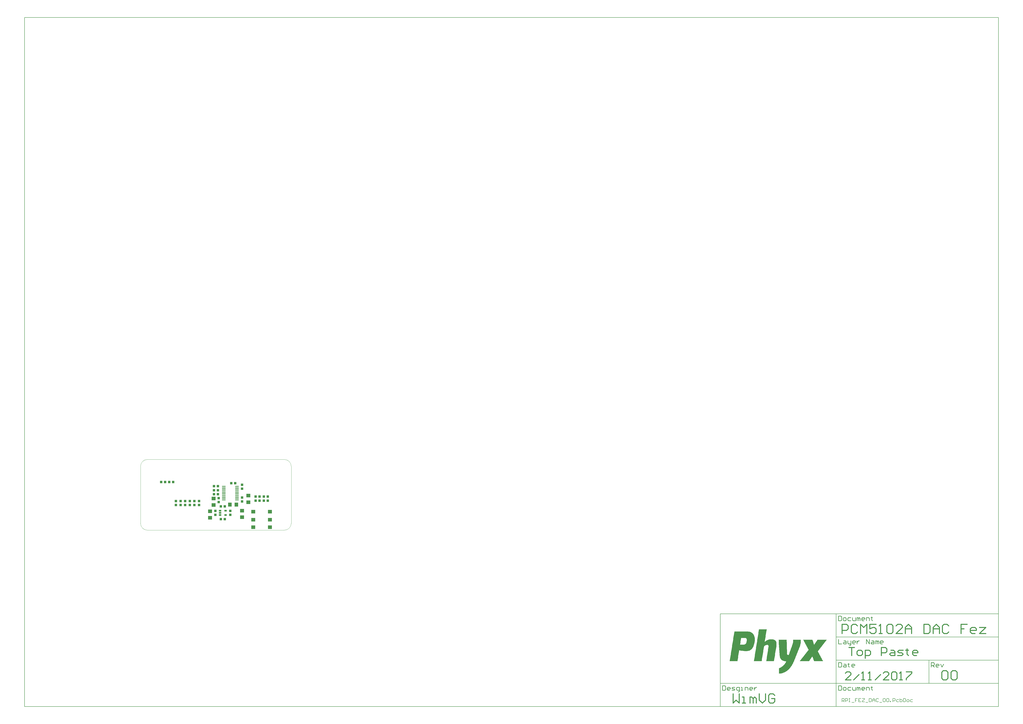
<source format=gtp>
G04 Layer_Color=8421504*
%FSLAX25Y25*%
%MOIN*%
G70*
G01*
G75*
%ADD10C,0.00787*%
%ADD14R,0.06299X0.07087*%
%ADD15R,0.07087X0.06299*%
%ADD16R,0.03937X0.04331*%
%ADD17R,0.03937X0.02756*%
%ADD18R,0.04331X0.03937*%
%ADD19R,0.06299X0.01378*%
%ADD20R,0.06693X0.05905*%
%ADD21C,0.01575*%
%ADD22C,0.00394*%
%ADD23C,0.00984*%
G36*
X1121080Y-186079D02*
Y-186365D01*
Y-186652D01*
Y-186938D01*
Y-187224D01*
Y-187511D01*
Y-187797D01*
Y-188083D01*
Y-188370D01*
Y-188656D01*
Y-188942D01*
Y-189229D01*
Y-189515D01*
Y-189801D01*
Y-190088D01*
Y-190374D01*
Y-190660D01*
Y-190946D01*
Y-191233D01*
Y-191519D01*
Y-191806D01*
X1120793D01*
Y-192092D01*
Y-192378D01*
Y-192664D01*
Y-192951D01*
Y-193237D01*
X1120507D01*
Y-193523D01*
Y-193810D01*
Y-194096D01*
Y-194382D01*
X1120221D01*
Y-194669D01*
Y-194955D01*
Y-195241D01*
Y-195528D01*
X1119934D01*
Y-195814D01*
Y-196100D01*
Y-196387D01*
X1119648D01*
Y-196673D01*
Y-196959D01*
Y-197245D01*
X1119362D01*
Y-197532D01*
Y-197818D01*
Y-198104D01*
X1119075D01*
Y-198391D01*
Y-198677D01*
Y-198963D01*
X1118789D01*
Y-199250D01*
Y-199536D01*
X1118503D01*
Y-199822D01*
Y-200109D01*
X1118217D01*
Y-200395D01*
Y-200681D01*
Y-200968D01*
X1117930D01*
Y-201254D01*
Y-201540D01*
X1117644D01*
Y-201826D01*
Y-202113D01*
Y-202399D01*
X1117358D01*
Y-202685D01*
Y-202972D01*
X1117071D01*
Y-203258D01*
Y-203544D01*
Y-203831D01*
X1116785D01*
Y-204117D01*
Y-204403D01*
X1116499D01*
Y-204690D01*
Y-204976D01*
Y-205262D01*
X1116212D01*
Y-205549D01*
Y-205835D01*
X1115926D01*
Y-206121D01*
Y-206407D01*
Y-206694D01*
X1115640D01*
Y-206980D01*
Y-207266D01*
X1115353D01*
Y-207553D01*
Y-207839D01*
Y-208125D01*
X1115067D01*
Y-208412D01*
Y-208698D01*
X1114781D01*
Y-208984D01*
Y-209271D01*
Y-209557D01*
X1114494D01*
Y-209843D01*
Y-210129D01*
X1114208D01*
Y-210416D01*
Y-210702D01*
Y-210988D01*
X1113922D01*
Y-211275D01*
Y-211561D01*
X1113636D01*
Y-211847D01*
Y-212134D01*
Y-212420D01*
X1113349D01*
Y-212706D01*
Y-212993D01*
X1113063D01*
Y-213279D01*
Y-213565D01*
Y-213851D01*
X1112776D01*
Y-214138D01*
Y-214424D01*
X1112490D01*
Y-214710D01*
Y-214997D01*
Y-215283D01*
X1112204D01*
Y-215569D01*
Y-215856D01*
X1111918D01*
Y-216142D01*
Y-216428D01*
Y-216715D01*
X1111631D01*
Y-217001D01*
Y-217287D01*
X1111345D01*
Y-217574D01*
Y-217860D01*
Y-218146D01*
X1111059D01*
Y-218433D01*
Y-218719D01*
X1110772D01*
Y-219005D01*
Y-219291D01*
Y-219578D01*
X1110486D01*
Y-219864D01*
Y-220150D01*
X1110200D01*
Y-220437D01*
Y-220723D01*
Y-221009D01*
X1109913D01*
Y-221296D01*
Y-221582D01*
X1109627D01*
Y-221868D01*
Y-222155D01*
Y-222441D01*
X1109341D01*
Y-222727D01*
Y-223014D01*
X1109054D01*
Y-223300D01*
Y-223586D01*
X1108768D01*
Y-223872D01*
Y-224159D01*
X1108482D01*
Y-224445D01*
Y-224731D01*
Y-225018D01*
X1108195D01*
Y-225304D01*
X1107909D01*
Y-225590D01*
Y-225877D01*
Y-226163D01*
X1107623D01*
Y-226449D01*
X1107337D01*
Y-226736D01*
Y-227022D01*
X1107050D01*
Y-227308D01*
Y-227595D01*
X1106764D01*
Y-227881D01*
Y-228167D01*
X1106478D01*
Y-228453D01*
Y-228740D01*
X1106191D01*
Y-229026D01*
X1105905D01*
Y-229312D01*
Y-229599D01*
X1105619D01*
Y-229885D01*
Y-230171D01*
X1105332D01*
Y-230458D01*
X1105046D01*
Y-230744D01*
X1104760D01*
Y-231030D01*
Y-231317D01*
X1104473D01*
Y-231603D01*
X1104187D01*
Y-231889D01*
Y-232176D01*
X1103901D01*
Y-232462D01*
X1103615D01*
Y-232748D01*
X1103328D01*
Y-233034D01*
Y-233321D01*
X1103042D01*
Y-233607D01*
X1102756D01*
Y-233893D01*
X1102469D01*
Y-234180D01*
X1102183D01*
Y-234466D01*
X1101897D01*
Y-234752D01*
Y-235039D01*
X1101610D01*
Y-235325D01*
X1101324D01*
Y-235611D01*
X1101038D01*
Y-235898D01*
X1100751D01*
Y-236184D01*
X1100465D01*
Y-236470D01*
X1100179D01*
Y-236757D01*
X1099892D01*
Y-237043D01*
X1099320D01*
Y-237329D01*
X1099034D01*
Y-237615D01*
X1098747D01*
Y-237902D01*
X1098461D01*
Y-238188D01*
X1098175D01*
Y-238474D01*
X1097602D01*
Y-238761D01*
X1097316D01*
Y-239047D01*
X1096743D01*
Y-239333D01*
X1096457D01*
Y-239620D01*
X1095884D01*
Y-239906D01*
X1095598D01*
Y-240192D01*
X1095025D01*
Y-240479D01*
X1094452D01*
Y-240765D01*
X1093880D01*
Y-241051D01*
X1093307D01*
Y-241338D01*
X1092735D01*
Y-241624D01*
X1091876D01*
Y-241910D01*
X1091303D01*
Y-242196D01*
X1090444D01*
Y-242483D01*
X1089299D01*
Y-242769D01*
X1088154D01*
Y-243056D01*
X1086436D01*
Y-243342D01*
X1084432D01*
Y-243628D01*
X1084145D01*
Y-243342D01*
Y-243056D01*
Y-242769D01*
Y-242483D01*
Y-242196D01*
Y-241910D01*
Y-241624D01*
Y-241338D01*
Y-241051D01*
Y-240765D01*
Y-240479D01*
Y-240192D01*
Y-239906D01*
Y-239620D01*
Y-239333D01*
Y-239047D01*
Y-238761D01*
Y-238474D01*
Y-238188D01*
Y-237902D01*
Y-237615D01*
Y-237329D01*
Y-237043D01*
Y-236757D01*
Y-236470D01*
Y-236184D01*
Y-235898D01*
Y-235611D01*
Y-235325D01*
Y-235039D01*
Y-234752D01*
Y-234466D01*
Y-234180D01*
X1084718D01*
Y-233893D01*
X1085291D01*
Y-233607D01*
X1085863D01*
Y-233321D01*
X1086436D01*
Y-233034D01*
X1087008D01*
Y-232748D01*
X1087581D01*
Y-232462D01*
X1087867D01*
Y-232176D01*
X1088440D01*
Y-231889D01*
X1088726D01*
Y-231603D01*
X1089299D01*
Y-231317D01*
X1089585D01*
Y-231030D01*
X1089872D01*
Y-230744D01*
X1090444D01*
Y-230458D01*
X1090730D01*
Y-230171D01*
X1091017D01*
Y-229885D01*
X1091303D01*
Y-229599D01*
X1091589D01*
Y-229312D01*
X1091876D01*
Y-229026D01*
X1092162D01*
Y-228740D01*
X1092448D01*
Y-228453D01*
X1092735D01*
Y-228167D01*
X1093021D01*
Y-227881D01*
X1093307D01*
Y-227595D01*
X1093594D01*
Y-227308D01*
Y-227022D01*
X1093880D01*
Y-226736D01*
X1094166D01*
Y-226449D01*
X1094452D01*
Y-226163D01*
Y-225877D01*
X1094739D01*
Y-225590D01*
X1095025D01*
Y-225304D01*
Y-225018D01*
X1095311D01*
Y-224731D01*
Y-224445D01*
X1095598D01*
Y-224159D01*
X1095884D01*
Y-223872D01*
Y-223586D01*
X1096170D01*
Y-223300D01*
Y-223014D01*
X1096457D01*
Y-222727D01*
Y-222441D01*
X1094739D01*
Y-222155D01*
X1092735D01*
Y-221868D01*
X1091589D01*
Y-221582D01*
X1091017D01*
Y-221296D01*
X1090158D01*
Y-221009D01*
X1089585D01*
Y-220723D01*
X1089299D01*
Y-220437D01*
X1088726D01*
Y-220150D01*
X1088440D01*
Y-219864D01*
X1088154D01*
Y-219578D01*
X1087867D01*
Y-219291D01*
X1087581D01*
Y-219005D01*
X1087295D01*
Y-218719D01*
Y-218433D01*
X1087008D01*
Y-218146D01*
X1086722D01*
Y-217860D01*
Y-217574D01*
X1086436D01*
Y-217287D01*
Y-217001D01*
X1086149D01*
Y-216715D01*
Y-216428D01*
X1085863D01*
Y-216142D01*
Y-215856D01*
Y-215569D01*
X1085577D01*
Y-215283D01*
Y-214997D01*
Y-214710D01*
Y-214424D01*
X1085291D01*
Y-214138D01*
Y-213851D01*
Y-213565D01*
Y-213279D01*
Y-212993D01*
Y-212706D01*
Y-212420D01*
X1085004D01*
Y-212134D01*
Y-211847D01*
Y-211561D01*
Y-211275D01*
Y-210988D01*
Y-210702D01*
Y-210416D01*
Y-210129D01*
Y-209843D01*
Y-209557D01*
Y-209271D01*
Y-208984D01*
Y-208698D01*
Y-208412D01*
Y-208125D01*
X1084718D01*
Y-207839D01*
Y-207553D01*
Y-207266D01*
Y-206980D01*
Y-206694D01*
Y-206407D01*
Y-206121D01*
Y-205835D01*
Y-205549D01*
Y-205262D01*
Y-204976D01*
Y-204690D01*
Y-204403D01*
Y-204117D01*
Y-203831D01*
X1084432D01*
Y-203544D01*
Y-203258D01*
Y-202972D01*
Y-202685D01*
Y-202399D01*
Y-202113D01*
Y-201826D01*
Y-201540D01*
Y-201254D01*
Y-200968D01*
Y-200681D01*
Y-200395D01*
Y-200109D01*
Y-199822D01*
Y-199536D01*
Y-199250D01*
X1084145D01*
Y-198963D01*
Y-198677D01*
Y-198391D01*
Y-198104D01*
Y-197818D01*
Y-197532D01*
Y-197245D01*
Y-196959D01*
Y-196673D01*
Y-196387D01*
Y-196100D01*
Y-195814D01*
Y-195528D01*
Y-195241D01*
Y-194955D01*
Y-194669D01*
X1083859D01*
Y-194382D01*
Y-194096D01*
Y-193810D01*
Y-193523D01*
Y-193237D01*
Y-192951D01*
Y-192664D01*
Y-192378D01*
Y-192092D01*
Y-191806D01*
Y-191519D01*
Y-191233D01*
Y-190946D01*
Y-190660D01*
X1083573D01*
Y-190374D01*
Y-190088D01*
Y-189801D01*
Y-189515D01*
Y-189229D01*
Y-188942D01*
Y-188656D01*
Y-188370D01*
Y-188083D01*
Y-187797D01*
Y-187511D01*
Y-187224D01*
Y-186938D01*
Y-186652D01*
Y-186365D01*
Y-186079D01*
X1083286D01*
Y-185793D01*
X1097029D01*
Y-186079D01*
Y-186365D01*
Y-186652D01*
Y-186938D01*
Y-187224D01*
Y-187511D01*
Y-187797D01*
Y-188083D01*
Y-188370D01*
Y-188656D01*
Y-188942D01*
Y-189229D01*
Y-189515D01*
Y-189801D01*
X1097316D01*
Y-190088D01*
Y-190374D01*
Y-190660D01*
Y-190946D01*
Y-191233D01*
Y-191519D01*
Y-191806D01*
Y-192092D01*
Y-192378D01*
Y-192664D01*
Y-192951D01*
Y-193237D01*
Y-193523D01*
Y-193810D01*
Y-194096D01*
Y-194382D01*
Y-194669D01*
Y-194955D01*
Y-195241D01*
Y-195528D01*
Y-195814D01*
Y-196100D01*
Y-196387D01*
Y-196673D01*
Y-196959D01*
Y-197245D01*
Y-197532D01*
Y-197818D01*
Y-198104D01*
Y-198391D01*
Y-198677D01*
Y-198963D01*
Y-199250D01*
Y-199536D01*
Y-199822D01*
Y-200109D01*
Y-200395D01*
Y-200681D01*
Y-200968D01*
Y-201254D01*
Y-201540D01*
X1097602D01*
Y-201826D01*
X1097316D01*
Y-202113D01*
Y-202399D01*
X1097602D01*
Y-202685D01*
Y-202972D01*
Y-203258D01*
Y-203544D01*
Y-203831D01*
Y-204117D01*
Y-204403D01*
Y-204690D01*
Y-204976D01*
Y-205262D01*
Y-205549D01*
Y-205835D01*
Y-206121D01*
Y-206407D01*
Y-206694D01*
Y-206980D01*
Y-207266D01*
Y-207553D01*
Y-207839D01*
Y-208125D01*
Y-208412D01*
Y-208698D01*
Y-208984D01*
Y-209271D01*
Y-209557D01*
Y-209843D01*
X1097888D01*
Y-210129D01*
Y-210416D01*
Y-210702D01*
X1098175D01*
Y-210988D01*
X1098461D01*
Y-211275D01*
X1098747D01*
Y-211561D01*
X1099606D01*
Y-211847D01*
X1100465D01*
Y-211561D01*
X1100751D01*
Y-211275D01*
Y-210988D01*
Y-210702D01*
X1101038D01*
Y-210416D01*
Y-210129D01*
X1101324D01*
Y-209843D01*
Y-209557D01*
Y-209271D01*
X1101610D01*
Y-208984D01*
Y-208698D01*
Y-208412D01*
X1101897D01*
Y-208125D01*
Y-207839D01*
Y-207553D01*
X1102183D01*
Y-207266D01*
Y-206980D01*
Y-206694D01*
X1102469D01*
Y-206407D01*
Y-206121D01*
X1102756D01*
Y-205835D01*
Y-205549D01*
Y-205262D01*
X1103042D01*
Y-204976D01*
Y-204690D01*
Y-204403D01*
X1103328D01*
Y-204117D01*
Y-203831D01*
Y-203544D01*
X1103615D01*
Y-203258D01*
Y-202972D01*
X1103901D01*
Y-202685D01*
Y-202399D01*
Y-202113D01*
X1104187D01*
Y-201826D01*
Y-201540D01*
Y-201254D01*
X1104473D01*
Y-200968D01*
Y-200681D01*
Y-200395D01*
X1104760D01*
Y-200109D01*
Y-199822D01*
X1105046D01*
Y-199536D01*
Y-199250D01*
Y-198963D01*
X1105332D01*
Y-198677D01*
Y-198391D01*
Y-198104D01*
X1105619D01*
Y-197818D01*
Y-197532D01*
Y-197245D01*
X1105905D01*
Y-196959D01*
Y-196673D01*
X1106191D01*
Y-196387D01*
Y-196100D01*
Y-195814D01*
X1106478D01*
Y-195528D01*
Y-195241D01*
Y-194955D01*
X1106764D01*
Y-194669D01*
Y-194382D01*
Y-194096D01*
X1107050D01*
Y-193810D01*
Y-193523D01*
Y-193237D01*
Y-192951D01*
X1107337D01*
Y-192664D01*
Y-192378D01*
Y-192092D01*
Y-191806D01*
X1107623D01*
Y-191519D01*
Y-191233D01*
Y-190946D01*
Y-190660D01*
Y-190374D01*
X1107909D01*
Y-190088D01*
Y-189801D01*
Y-189515D01*
Y-189229D01*
Y-188942D01*
Y-188656D01*
X1108195D01*
Y-188370D01*
Y-188083D01*
Y-187797D01*
Y-187511D01*
Y-187224D01*
Y-186938D01*
Y-186652D01*
Y-186365D01*
Y-186079D01*
Y-185793D01*
X1121080D01*
Y-186079D01*
D02*
G37*
G36*
X1063244Y-168614D02*
Y-168900D01*
X1062958D01*
Y-169187D01*
Y-169473D01*
Y-169759D01*
Y-170046D01*
Y-170332D01*
Y-170618D01*
X1062672D01*
Y-170905D01*
Y-171191D01*
Y-171477D01*
Y-171764D01*
Y-172050D01*
Y-172336D01*
X1062385D01*
Y-172623D01*
Y-172909D01*
Y-173195D01*
Y-173481D01*
Y-173768D01*
Y-174054D01*
Y-174340D01*
X1062099D01*
Y-174627D01*
Y-174913D01*
Y-175199D01*
Y-175486D01*
Y-175772D01*
Y-176058D01*
X1061813D01*
Y-176345D01*
Y-176631D01*
Y-176917D01*
Y-177204D01*
Y-177490D01*
Y-177776D01*
X1061526D01*
Y-178062D01*
Y-178349D01*
Y-178635D01*
Y-178921D01*
Y-179208D01*
Y-179494D01*
Y-179780D01*
X1061240D01*
Y-180067D01*
Y-180353D01*
Y-180639D01*
Y-180926D01*
Y-181212D01*
Y-181498D01*
X1060954D01*
Y-181784D01*
Y-182071D01*
Y-182357D01*
Y-182643D01*
Y-182930D01*
Y-183216D01*
X1060668D01*
Y-183502D01*
Y-183789D01*
Y-184075D01*
Y-184361D01*
Y-184648D01*
Y-184934D01*
X1060381D01*
Y-185220D01*
Y-185507D01*
Y-185793D01*
Y-186079D01*
Y-186365D01*
Y-186652D01*
Y-186938D01*
X1060095D01*
Y-187224D01*
Y-187511D01*
Y-187797D01*
Y-188083D01*
Y-188370D01*
Y-188656D01*
X1059809D01*
Y-188942D01*
Y-189229D01*
X1060381D01*
Y-188942D01*
X1060668D01*
Y-188656D01*
X1060954D01*
Y-188370D01*
X1061526D01*
Y-188083D01*
X1061813D01*
Y-187797D01*
X1062099D01*
Y-187511D01*
X1062672D01*
Y-187224D01*
X1063244D01*
Y-186938D01*
X1063531D01*
Y-186652D01*
X1064103D01*
Y-186365D01*
X1064962D01*
Y-186079D01*
X1065535D01*
Y-185793D01*
X1066394D01*
Y-185507D01*
X1067825D01*
Y-185220D01*
X1074124D01*
Y-185507D01*
X1075270D01*
Y-185793D01*
X1076128D01*
Y-186079D01*
X1076701D01*
Y-186365D01*
X1076987D01*
Y-186652D01*
X1077560D01*
Y-186938D01*
X1077846D01*
Y-187224D01*
X1078133D01*
Y-187511D01*
X1078419D01*
Y-187797D01*
X1078705D01*
Y-188083D01*
Y-188370D01*
X1078992D01*
Y-188656D01*
Y-188942D01*
X1079278D01*
Y-189229D01*
Y-189515D01*
Y-189801D01*
X1079564D01*
Y-190088D01*
Y-190374D01*
Y-190660D01*
Y-190946D01*
X1079850D01*
Y-191233D01*
Y-191519D01*
Y-191806D01*
Y-192092D01*
Y-192378D01*
Y-192664D01*
Y-192951D01*
Y-193237D01*
Y-193523D01*
Y-193810D01*
Y-194096D01*
Y-194382D01*
Y-194669D01*
Y-194955D01*
Y-195241D01*
Y-195528D01*
Y-195814D01*
Y-196100D01*
X1079564D01*
Y-196387D01*
Y-196673D01*
Y-196959D01*
Y-197245D01*
Y-197532D01*
Y-197818D01*
Y-198104D01*
X1079278D01*
Y-198391D01*
Y-198677D01*
Y-198963D01*
Y-199250D01*
Y-199536D01*
Y-199822D01*
Y-200109D01*
X1078992D01*
Y-200395D01*
Y-200681D01*
Y-200968D01*
Y-201254D01*
Y-201540D01*
Y-201826D01*
X1078705D01*
Y-202113D01*
Y-202399D01*
Y-202685D01*
Y-202972D01*
Y-203258D01*
Y-203544D01*
X1078419D01*
Y-203831D01*
Y-204117D01*
Y-204403D01*
Y-204690D01*
Y-204976D01*
Y-205262D01*
X1078133D01*
Y-205549D01*
Y-205835D01*
Y-206121D01*
Y-206407D01*
Y-206694D01*
Y-206980D01*
Y-207266D01*
X1077846D01*
Y-207553D01*
Y-207839D01*
Y-208125D01*
Y-208412D01*
Y-208698D01*
Y-208984D01*
X1077560D01*
Y-209271D01*
Y-209557D01*
Y-209843D01*
Y-210129D01*
Y-210416D01*
Y-210702D01*
X1077274D01*
Y-210988D01*
Y-211275D01*
Y-211561D01*
Y-211847D01*
Y-212134D01*
Y-212420D01*
Y-212706D01*
X1076987D01*
Y-212993D01*
Y-213279D01*
Y-213565D01*
Y-213851D01*
Y-214138D01*
Y-214424D01*
X1076701D01*
Y-214710D01*
Y-214997D01*
Y-215283D01*
Y-215569D01*
Y-215856D01*
Y-216142D01*
X1076415D01*
Y-216428D01*
Y-216715D01*
Y-217001D01*
Y-217287D01*
Y-217574D01*
Y-217860D01*
X1076128D01*
Y-218146D01*
Y-218433D01*
Y-218719D01*
Y-219005D01*
Y-219291D01*
Y-219578D01*
Y-219864D01*
X1075842D01*
Y-220150D01*
Y-220437D01*
Y-220723D01*
Y-221009D01*
Y-221296D01*
Y-221582D01*
X1075556D01*
Y-221868D01*
Y-222155D01*
X1062385D01*
Y-221868D01*
Y-221582D01*
X1062672D01*
Y-221296D01*
Y-221009D01*
Y-220723D01*
Y-220437D01*
Y-220150D01*
Y-219864D01*
X1062958D01*
Y-219578D01*
Y-219291D01*
Y-219005D01*
Y-218719D01*
Y-218433D01*
Y-218146D01*
Y-217860D01*
X1063244D01*
Y-217574D01*
Y-217287D01*
Y-217001D01*
Y-216715D01*
Y-216428D01*
Y-216142D01*
X1063531D01*
Y-215856D01*
Y-215569D01*
Y-215283D01*
Y-214997D01*
Y-214710D01*
Y-214424D01*
X1063817D01*
Y-214138D01*
Y-213851D01*
Y-213565D01*
Y-213279D01*
Y-212993D01*
Y-212706D01*
Y-212420D01*
X1064103D01*
Y-212134D01*
Y-211847D01*
Y-211561D01*
Y-211275D01*
Y-210988D01*
Y-210702D01*
X1064390D01*
Y-210416D01*
Y-210129D01*
Y-209843D01*
Y-209557D01*
Y-209271D01*
Y-208984D01*
Y-208698D01*
X1064676D01*
Y-208412D01*
Y-208125D01*
Y-207839D01*
Y-207553D01*
Y-207266D01*
Y-206980D01*
X1064962D01*
Y-206694D01*
Y-206407D01*
Y-206121D01*
Y-205835D01*
Y-205549D01*
Y-205262D01*
X1065249D01*
Y-204976D01*
Y-204690D01*
Y-204403D01*
Y-204117D01*
Y-203831D01*
Y-203544D01*
X1065535D01*
Y-203258D01*
Y-202972D01*
Y-202685D01*
Y-202399D01*
Y-202113D01*
Y-201826D01*
Y-201540D01*
X1065821D01*
Y-201254D01*
Y-200968D01*
Y-200681D01*
Y-200395D01*
Y-200109D01*
Y-199822D01*
X1066107D01*
Y-199536D01*
Y-199250D01*
Y-198963D01*
Y-198677D01*
Y-198391D01*
Y-198104D01*
Y-197818D01*
X1066394D01*
Y-197532D01*
Y-197245D01*
Y-196959D01*
Y-196673D01*
Y-196387D01*
Y-196100D01*
X1066107D01*
Y-195814D01*
Y-195528D01*
X1065821D01*
Y-195241D01*
X1065535D01*
Y-194955D01*
X1064962D01*
Y-194669D01*
X1063244D01*
Y-194955D01*
X1061813D01*
Y-195241D01*
X1060954D01*
Y-195528D01*
X1060381D01*
Y-195814D01*
X1060095D01*
Y-196100D01*
X1059522D01*
Y-196387D01*
X1059236D01*
Y-196673D01*
X1058950D01*
Y-196959D01*
Y-197245D01*
X1058663D01*
Y-197532D01*
Y-197818D01*
Y-198104D01*
X1058377D01*
Y-198391D01*
Y-198677D01*
Y-198963D01*
Y-199250D01*
Y-199536D01*
Y-199822D01*
X1058091D01*
Y-200109D01*
Y-200395D01*
Y-200681D01*
Y-200968D01*
Y-201254D01*
Y-201540D01*
Y-201826D01*
X1057804D01*
Y-202113D01*
Y-202399D01*
Y-202685D01*
Y-202972D01*
Y-203258D01*
Y-203544D01*
X1057518D01*
Y-203831D01*
Y-204117D01*
Y-204403D01*
Y-204690D01*
Y-204976D01*
Y-205262D01*
X1057232D01*
Y-205549D01*
Y-205835D01*
Y-206121D01*
Y-206407D01*
Y-206694D01*
Y-206980D01*
X1056946D01*
Y-207266D01*
Y-207553D01*
Y-207839D01*
Y-208125D01*
Y-208412D01*
Y-208698D01*
Y-208984D01*
X1056659D01*
Y-209271D01*
Y-209557D01*
Y-209843D01*
Y-210129D01*
Y-210416D01*
Y-210702D01*
X1056373D01*
Y-210988D01*
Y-211275D01*
Y-211561D01*
Y-211847D01*
Y-212134D01*
Y-212420D01*
X1056087D01*
Y-212706D01*
Y-212993D01*
Y-213279D01*
Y-213565D01*
Y-213851D01*
Y-214138D01*
Y-214424D01*
X1055800D01*
Y-214710D01*
Y-214997D01*
Y-215283D01*
Y-215569D01*
Y-215856D01*
Y-216142D01*
X1055514D01*
Y-216428D01*
Y-216715D01*
Y-217001D01*
Y-217287D01*
Y-217574D01*
Y-217860D01*
X1055228D01*
Y-218146D01*
Y-218433D01*
Y-218719D01*
Y-219005D01*
Y-219291D01*
Y-219578D01*
X1054941D01*
Y-219864D01*
Y-220150D01*
Y-220437D01*
Y-220723D01*
Y-221009D01*
Y-221296D01*
Y-221582D01*
X1054655D01*
Y-221868D01*
Y-222155D01*
X1041485D01*
Y-221868D01*
Y-221582D01*
X1041771D01*
Y-221296D01*
Y-221009D01*
Y-220723D01*
Y-220437D01*
Y-220150D01*
Y-219864D01*
Y-219578D01*
X1042057D01*
Y-219291D01*
Y-219005D01*
Y-218719D01*
Y-218433D01*
Y-218146D01*
Y-217860D01*
X1042344D01*
Y-217574D01*
Y-217287D01*
Y-217001D01*
Y-216715D01*
Y-216428D01*
Y-216142D01*
X1042630D01*
Y-215856D01*
Y-215569D01*
Y-215283D01*
Y-214997D01*
Y-214710D01*
Y-214424D01*
Y-214138D01*
X1042916D01*
Y-213851D01*
Y-213565D01*
Y-213279D01*
Y-212993D01*
Y-212706D01*
Y-212420D01*
X1043202D01*
Y-212134D01*
Y-211847D01*
Y-211561D01*
Y-211275D01*
Y-210988D01*
Y-210702D01*
X1043489D01*
Y-210416D01*
Y-210129D01*
Y-209843D01*
Y-209557D01*
Y-209271D01*
Y-208984D01*
X1043775D01*
Y-208698D01*
Y-208412D01*
Y-208125D01*
Y-207839D01*
Y-207553D01*
Y-207266D01*
Y-206980D01*
X1044061D01*
Y-206694D01*
Y-206407D01*
Y-206121D01*
Y-205835D01*
Y-205549D01*
Y-205262D01*
X1044348D01*
Y-204976D01*
Y-204690D01*
Y-204403D01*
Y-204117D01*
Y-203831D01*
Y-203544D01*
X1044634D01*
Y-203258D01*
Y-202972D01*
Y-202685D01*
Y-202399D01*
Y-202113D01*
Y-201826D01*
Y-201540D01*
X1044920D01*
Y-201254D01*
Y-200968D01*
Y-200681D01*
Y-200395D01*
Y-200109D01*
Y-199822D01*
X1045207D01*
Y-199536D01*
Y-199250D01*
Y-198963D01*
Y-198677D01*
Y-198391D01*
Y-198104D01*
X1045493D01*
Y-197818D01*
Y-197532D01*
Y-197245D01*
Y-196959D01*
Y-196673D01*
Y-196387D01*
X1045779D01*
Y-196100D01*
Y-195814D01*
Y-195528D01*
Y-195241D01*
Y-194955D01*
Y-194669D01*
Y-194382D01*
X1046066D01*
Y-194096D01*
Y-193810D01*
Y-193523D01*
Y-193237D01*
Y-192951D01*
Y-192664D01*
X1046352D01*
Y-192378D01*
Y-192092D01*
Y-191806D01*
Y-191519D01*
Y-191233D01*
Y-190946D01*
X1046638D01*
Y-190660D01*
Y-190374D01*
Y-190088D01*
Y-189801D01*
Y-189515D01*
Y-189229D01*
X1046925D01*
Y-188942D01*
Y-188656D01*
Y-188370D01*
Y-188083D01*
Y-187797D01*
Y-187511D01*
Y-187224D01*
X1047211D01*
Y-186938D01*
Y-186652D01*
Y-186365D01*
Y-186079D01*
Y-185793D01*
Y-185507D01*
X1047497D01*
Y-185220D01*
Y-184934D01*
Y-184648D01*
Y-184361D01*
Y-184075D01*
Y-183789D01*
X1047783D01*
Y-183502D01*
Y-183216D01*
Y-182930D01*
Y-182643D01*
Y-182357D01*
Y-182071D01*
Y-181784D01*
X1048070D01*
Y-181498D01*
Y-181212D01*
Y-180926D01*
Y-180639D01*
Y-180353D01*
Y-180067D01*
X1048356D01*
Y-179780D01*
Y-179494D01*
Y-179208D01*
Y-178921D01*
Y-178635D01*
Y-178349D01*
X1048642D01*
Y-178062D01*
Y-177776D01*
Y-177490D01*
Y-177204D01*
Y-176917D01*
Y-176631D01*
X1048929D01*
Y-176345D01*
Y-176058D01*
Y-175772D01*
Y-175486D01*
Y-175199D01*
Y-174913D01*
Y-174627D01*
X1049215D01*
Y-174340D01*
Y-174054D01*
Y-173768D01*
Y-173481D01*
Y-173195D01*
Y-172909D01*
X1049501D01*
Y-172623D01*
Y-172336D01*
Y-172050D01*
Y-171764D01*
Y-171477D01*
Y-171191D01*
X1049788D01*
Y-170905D01*
Y-170618D01*
Y-170332D01*
Y-170046D01*
Y-169759D01*
Y-169473D01*
Y-169187D01*
X1050074D01*
Y-168900D01*
Y-168614D01*
Y-168328D01*
X1063244D01*
Y-168614D01*
D02*
G37*
G36*
X1032036Y-172050D02*
X1033754D01*
Y-172336D01*
X1034613D01*
Y-172623D01*
X1035472D01*
Y-172909D01*
X1036331D01*
Y-173195D01*
X1036904D01*
Y-173481D01*
X1037190D01*
Y-173768D01*
X1037763D01*
Y-174054D01*
X1038049D01*
Y-174340D01*
X1038622D01*
Y-174627D01*
X1038908D01*
Y-174913D01*
X1039194D01*
Y-175199D01*
X1039480D01*
Y-175486D01*
X1039767D01*
Y-175772D01*
X1040053D01*
Y-176058D01*
X1040339D01*
Y-176345D01*
Y-176631D01*
X1040626D01*
Y-176917D01*
X1040912D01*
Y-177204D01*
Y-177490D01*
X1041198D01*
Y-177776D01*
X1041485D01*
Y-178062D01*
Y-178349D01*
X1041771D01*
Y-178635D01*
Y-178921D01*
Y-179208D01*
X1042057D01*
Y-179494D01*
Y-179780D01*
Y-180067D01*
X1042344D01*
Y-180353D01*
Y-180639D01*
Y-180926D01*
Y-181212D01*
X1042630D01*
Y-181498D01*
Y-181784D01*
Y-182071D01*
Y-182357D01*
Y-182643D01*
X1042916D01*
Y-182930D01*
Y-183216D01*
Y-183502D01*
Y-183789D01*
Y-184075D01*
Y-184361D01*
Y-184648D01*
Y-184934D01*
Y-185220D01*
Y-185507D01*
Y-185793D01*
Y-186079D01*
Y-186365D01*
Y-186652D01*
Y-186938D01*
Y-187224D01*
Y-187511D01*
Y-187797D01*
Y-188083D01*
Y-188370D01*
X1042630D01*
Y-188656D01*
Y-188942D01*
Y-189229D01*
Y-189515D01*
Y-189801D01*
Y-190088D01*
Y-190374D01*
X1042344D01*
Y-190660D01*
Y-190946D01*
Y-191233D01*
Y-191519D01*
Y-191806D01*
X1042057D01*
Y-192092D01*
Y-192378D01*
Y-192664D01*
Y-192951D01*
Y-193237D01*
X1041771D01*
Y-193523D01*
Y-193810D01*
Y-194096D01*
X1041485D01*
Y-194382D01*
Y-194669D01*
Y-194955D01*
Y-195241D01*
X1041198D01*
Y-195528D01*
Y-195814D01*
Y-196100D01*
X1040912D01*
Y-196387D01*
Y-196673D01*
X1040626D01*
Y-196959D01*
Y-197245D01*
Y-197532D01*
X1040339D01*
Y-197818D01*
Y-198104D01*
X1040053D01*
Y-198391D01*
Y-198677D01*
X1039767D01*
Y-198963D01*
Y-199250D01*
X1039480D01*
Y-199536D01*
X1039194D01*
Y-199822D01*
Y-200109D01*
X1038908D01*
Y-200395D01*
X1038622D01*
Y-200681D01*
X1038335D01*
Y-200968D01*
Y-201254D01*
X1038049D01*
Y-201540D01*
X1037763D01*
Y-201826D01*
X1037476D01*
Y-202113D01*
X1037190D01*
Y-202399D01*
X1036904D01*
Y-202685D01*
X1036331D01*
Y-202972D01*
X1036045D01*
Y-203258D01*
X1035472D01*
Y-203544D01*
X1035186D01*
Y-203831D01*
X1034613D01*
Y-204117D01*
X1033754D01*
Y-204403D01*
X1032895D01*
Y-204690D01*
X1032036D01*
Y-204976D01*
X1030318D01*
Y-205262D01*
X1025165D01*
Y-204976D01*
X1022588D01*
Y-204690D01*
X1020584D01*
Y-204403D01*
X1019152D01*
Y-204117D01*
X1017721D01*
Y-203831D01*
X1016289D01*
Y-204117D01*
Y-204403D01*
Y-204690D01*
Y-204976D01*
Y-205262D01*
Y-205549D01*
Y-205835D01*
X1016003D01*
Y-206121D01*
Y-206407D01*
Y-206694D01*
Y-206980D01*
Y-207266D01*
Y-207553D01*
X1015716D01*
Y-207839D01*
Y-208125D01*
Y-208412D01*
Y-208698D01*
Y-208984D01*
Y-209271D01*
X1015430D01*
Y-209557D01*
Y-209843D01*
Y-210129D01*
Y-210416D01*
Y-210702D01*
Y-210988D01*
Y-211275D01*
X1015144D01*
Y-211561D01*
Y-211847D01*
Y-212134D01*
Y-212420D01*
Y-212706D01*
Y-212993D01*
X1014857D01*
Y-213279D01*
Y-213565D01*
Y-213851D01*
Y-214138D01*
Y-214424D01*
Y-214710D01*
X1014571D01*
Y-214997D01*
Y-215283D01*
Y-215569D01*
Y-215856D01*
Y-216142D01*
Y-216428D01*
Y-216715D01*
X1014285D01*
Y-217001D01*
Y-217287D01*
Y-217574D01*
Y-217860D01*
Y-218146D01*
Y-218433D01*
X1013999D01*
Y-218719D01*
Y-219005D01*
Y-219291D01*
Y-219578D01*
Y-219864D01*
Y-220150D01*
X1013712D01*
Y-220437D01*
Y-220723D01*
Y-221009D01*
Y-221296D01*
Y-221582D01*
Y-221868D01*
Y-222155D01*
X1000256D01*
Y-221868D01*
X1000542D01*
Y-221582D01*
Y-221296D01*
Y-221009D01*
Y-220723D01*
Y-220437D01*
X1000828D01*
Y-220150D01*
Y-219864D01*
Y-219578D01*
Y-219291D01*
Y-219005D01*
Y-218719D01*
Y-218433D01*
X1001114D01*
Y-218146D01*
Y-217860D01*
Y-217574D01*
Y-217287D01*
Y-217001D01*
Y-216715D01*
X1001401D01*
Y-216428D01*
Y-216142D01*
Y-215856D01*
Y-215569D01*
Y-215283D01*
Y-214997D01*
X1001687D01*
Y-214710D01*
Y-214424D01*
Y-214138D01*
Y-213851D01*
Y-213565D01*
Y-213279D01*
Y-212993D01*
X1001974D01*
Y-212706D01*
Y-212420D01*
Y-212134D01*
Y-211847D01*
Y-211561D01*
Y-211275D01*
X1002260D01*
Y-210988D01*
Y-210702D01*
Y-210416D01*
Y-210129D01*
Y-209843D01*
Y-209557D01*
X1002546D01*
Y-209271D01*
Y-208984D01*
Y-208698D01*
Y-208412D01*
Y-208125D01*
Y-207839D01*
X1002832D01*
Y-207553D01*
Y-207266D01*
Y-206980D01*
Y-206694D01*
Y-206407D01*
Y-206121D01*
Y-205835D01*
X1003119D01*
Y-205549D01*
Y-205262D01*
Y-204976D01*
Y-204690D01*
Y-204403D01*
Y-204117D01*
X1003405D01*
Y-203831D01*
Y-203544D01*
Y-203258D01*
Y-202972D01*
Y-202685D01*
Y-202399D01*
X1003691D01*
Y-202113D01*
Y-201826D01*
Y-201540D01*
Y-201254D01*
Y-200968D01*
Y-200681D01*
X1003978D01*
Y-200395D01*
Y-200109D01*
Y-199822D01*
Y-199536D01*
Y-199250D01*
Y-198963D01*
Y-198677D01*
X1004264D01*
Y-198391D01*
Y-198104D01*
Y-197818D01*
Y-197532D01*
Y-197245D01*
Y-196959D01*
X1004550D01*
Y-196673D01*
Y-196387D01*
Y-196100D01*
Y-195814D01*
Y-195528D01*
Y-195241D01*
X1004837D01*
Y-194955D01*
Y-194669D01*
Y-194382D01*
Y-194096D01*
Y-193810D01*
Y-193523D01*
Y-193237D01*
X1005123D01*
Y-192951D01*
Y-192664D01*
Y-192378D01*
Y-192092D01*
Y-191806D01*
Y-191519D01*
X1005409D01*
Y-191233D01*
Y-190946D01*
Y-190660D01*
Y-190374D01*
Y-190088D01*
Y-189801D01*
X1005696D01*
Y-189515D01*
Y-189229D01*
Y-188942D01*
Y-188656D01*
Y-188370D01*
Y-188083D01*
X1005982D01*
Y-187797D01*
Y-187511D01*
Y-187224D01*
Y-186938D01*
Y-186652D01*
Y-186365D01*
Y-186079D01*
X1006268D01*
Y-185793D01*
Y-185507D01*
Y-185220D01*
Y-184934D01*
Y-184648D01*
Y-184361D01*
X1006555D01*
Y-184075D01*
Y-183789D01*
Y-183502D01*
Y-183216D01*
Y-182930D01*
Y-182643D01*
X1006841D01*
Y-182357D01*
Y-182071D01*
Y-181784D01*
Y-181498D01*
Y-181212D01*
Y-180926D01*
Y-180639D01*
X1007127D01*
Y-180353D01*
Y-180067D01*
Y-179780D01*
Y-179494D01*
Y-179208D01*
Y-178921D01*
X1007413D01*
Y-178635D01*
Y-178349D01*
Y-178062D01*
Y-177776D01*
Y-177490D01*
Y-177204D01*
X1007700D01*
Y-176917D01*
Y-176631D01*
Y-176345D01*
Y-176058D01*
Y-175772D01*
Y-175486D01*
Y-175199D01*
X1007986D01*
Y-174913D01*
Y-174627D01*
Y-174340D01*
Y-174054D01*
Y-173768D01*
Y-173481D01*
X1008272D01*
Y-173195D01*
Y-172909D01*
Y-172623D01*
Y-172336D01*
Y-172050D01*
Y-171764D01*
X1032036D01*
Y-172050D01*
D02*
G37*
G36*
X1165172Y-186079D02*
X1164886D01*
Y-186365D01*
X1164599D01*
Y-186652D01*
Y-186938D01*
X1164313D01*
Y-187224D01*
X1164027D01*
Y-187511D01*
X1163740D01*
Y-187797D01*
Y-188083D01*
X1163454D01*
Y-188370D01*
X1163168D01*
Y-188656D01*
X1162881D01*
Y-188942D01*
X1162595D01*
Y-189229D01*
Y-189515D01*
X1162309D01*
Y-189801D01*
X1162022D01*
Y-190088D01*
X1161736D01*
Y-190374D01*
Y-190660D01*
X1161450D01*
Y-190946D01*
X1161163D01*
Y-191233D01*
X1160877D01*
Y-191519D01*
X1160591D01*
Y-191806D01*
Y-192092D01*
X1160305D01*
Y-192378D01*
X1160018D01*
Y-192664D01*
X1159732D01*
Y-192951D01*
Y-193237D01*
X1159445D01*
Y-193523D01*
X1159159D01*
Y-193810D01*
X1158873D01*
Y-194096D01*
Y-194382D01*
X1158587D01*
Y-194669D01*
X1158300D01*
Y-194955D01*
X1158014D01*
Y-195241D01*
X1157728D01*
Y-195528D01*
Y-195814D01*
X1157441D01*
Y-196100D01*
X1157155D01*
Y-196387D01*
X1156869D01*
Y-196673D01*
Y-196959D01*
X1156582D01*
Y-197245D01*
X1156296D01*
Y-197532D01*
X1156010D01*
Y-197818D01*
Y-198104D01*
X1155723D01*
Y-198391D01*
X1155437D01*
Y-198677D01*
X1155151D01*
Y-198963D01*
X1154865D01*
Y-199250D01*
Y-199536D01*
X1154578D01*
Y-199822D01*
X1154292D01*
Y-200109D01*
X1154006D01*
Y-200395D01*
Y-200681D01*
X1153719D01*
Y-200968D01*
X1153433D01*
Y-201254D01*
X1153147D01*
Y-201540D01*
Y-201826D01*
X1152860D01*
Y-202113D01*
X1152574D01*
Y-202399D01*
X1152288D01*
Y-202685D01*
X1152001D01*
Y-202972D01*
Y-203258D01*
X1151715D01*
Y-203544D01*
X1151429D01*
Y-203831D01*
X1151142D01*
Y-204117D01*
Y-204403D01*
X1150856D01*
Y-204690D01*
X1150570D01*
Y-204976D01*
X1150284D01*
Y-205262D01*
X1149997D01*
Y-205549D01*
Y-205835D01*
X1150284D01*
Y-206121D01*
Y-206407D01*
X1150570D01*
Y-206694D01*
Y-206980D01*
X1150856D01*
Y-207266D01*
X1151142D01*
Y-207553D01*
Y-207839D01*
X1151429D01*
Y-208125D01*
Y-208412D01*
X1151715D01*
Y-208698D01*
Y-208984D01*
X1152001D01*
Y-209271D01*
Y-209557D01*
X1152288D01*
Y-209843D01*
Y-210129D01*
X1152574D01*
Y-210416D01*
Y-210702D01*
X1152860D01*
Y-210988D01*
Y-211275D01*
X1153147D01*
Y-211561D01*
Y-211847D01*
X1153433D01*
Y-212134D01*
X1153719D01*
Y-212420D01*
Y-212706D01*
X1154006D01*
Y-212993D01*
Y-213279D01*
X1154292D01*
Y-213565D01*
Y-213851D01*
X1154578D01*
Y-214138D01*
Y-214424D01*
X1154865D01*
Y-214710D01*
Y-214997D01*
X1155151D01*
Y-215283D01*
Y-215569D01*
X1155437D01*
Y-215856D01*
Y-216142D01*
X1155723D01*
Y-216428D01*
X1156010D01*
Y-216715D01*
Y-217001D01*
X1156296D01*
Y-217287D01*
Y-217574D01*
X1156582D01*
Y-217860D01*
Y-218146D01*
X1156869D01*
Y-218433D01*
Y-218719D01*
X1157155D01*
Y-219005D01*
Y-219291D01*
X1157441D01*
Y-219578D01*
Y-219864D01*
X1157728D01*
Y-220150D01*
Y-220437D01*
X1158014D01*
Y-220723D01*
X1158300D01*
Y-221009D01*
Y-221296D01*
X1158587D01*
Y-221582D01*
Y-221868D01*
X1158873D01*
Y-222155D01*
X1143698D01*
Y-221868D01*
X1143412D01*
Y-221582D01*
Y-221296D01*
Y-221009D01*
X1143126D01*
Y-220723D01*
Y-220437D01*
Y-220150D01*
X1142839D01*
Y-219864D01*
Y-219578D01*
X1142553D01*
Y-219291D01*
Y-219005D01*
Y-218719D01*
X1142267D01*
Y-218433D01*
Y-218146D01*
Y-217860D01*
X1141980D01*
Y-217574D01*
Y-217287D01*
X1141694D01*
Y-217001D01*
Y-216715D01*
Y-216428D01*
X1141408D01*
Y-216142D01*
Y-215856D01*
Y-215569D01*
X1141121D01*
Y-215283D01*
Y-214997D01*
Y-214710D01*
X1140835D01*
Y-214424D01*
X1140263D01*
Y-214710D01*
Y-214997D01*
X1139976D01*
Y-215283D01*
X1139690D01*
Y-215569D01*
Y-215856D01*
X1139404D01*
Y-216142D01*
X1139117D01*
Y-216428D01*
Y-216715D01*
X1138831D01*
Y-217001D01*
X1138545D01*
Y-217287D01*
Y-217574D01*
X1138258D01*
Y-217860D01*
X1137972D01*
Y-218146D01*
X1137686D01*
Y-218433D01*
Y-218719D01*
X1137399D01*
Y-219005D01*
X1137113D01*
Y-219291D01*
Y-219578D01*
X1136827D01*
Y-219864D01*
X1136541D01*
Y-220150D01*
Y-220437D01*
X1136254D01*
Y-220723D01*
X1135968D01*
Y-221009D01*
Y-221296D01*
X1135682D01*
Y-221582D01*
X1135395D01*
Y-221868D01*
Y-222155D01*
X1119362D01*
Y-221868D01*
X1119648D01*
Y-221582D01*
X1119934D01*
Y-221296D01*
X1120221D01*
Y-221009D01*
X1120507D01*
Y-220723D01*
Y-220437D01*
X1120793D01*
Y-220150D01*
X1121080D01*
Y-219864D01*
X1121366D01*
Y-219578D01*
X1121652D01*
Y-219291D01*
Y-219005D01*
X1121939D01*
Y-218719D01*
X1122225D01*
Y-218433D01*
X1122511D01*
Y-218146D01*
Y-217860D01*
X1122797D01*
Y-217574D01*
X1123084D01*
Y-217287D01*
X1123370D01*
Y-217001D01*
X1123656D01*
Y-216715D01*
Y-216428D01*
X1123943D01*
Y-216142D01*
X1124229D01*
Y-215856D01*
X1124515D01*
Y-215569D01*
X1124802D01*
Y-215283D01*
Y-214997D01*
X1125088D01*
Y-214710D01*
X1125374D01*
Y-214424D01*
X1125661D01*
Y-214138D01*
Y-213851D01*
X1125947D01*
Y-213565D01*
X1126233D01*
Y-213279D01*
X1126519D01*
Y-212993D01*
X1126806D01*
Y-212706D01*
Y-212420D01*
X1127092D01*
Y-212134D01*
X1127378D01*
Y-211847D01*
X1127665D01*
Y-211561D01*
Y-211275D01*
X1127951D01*
Y-210988D01*
X1128237D01*
Y-210702D01*
X1128524D01*
Y-210416D01*
X1128810D01*
Y-210129D01*
Y-209843D01*
X1129096D01*
Y-209557D01*
X1129383D01*
Y-209271D01*
X1129669D01*
Y-208984D01*
Y-208698D01*
X1129955D01*
Y-208412D01*
X1130242D01*
Y-208125D01*
X1130528D01*
Y-207839D01*
X1130814D01*
Y-207553D01*
Y-207266D01*
X1131100D01*
Y-206980D01*
X1131387D01*
Y-206694D01*
X1131673D01*
Y-206407D01*
X1131960D01*
Y-206121D01*
Y-205835D01*
X1132246D01*
Y-205549D01*
X1132532D01*
Y-205262D01*
X1132818D01*
Y-204976D01*
Y-204690D01*
X1133105D01*
Y-204403D01*
X1133391D01*
Y-204117D01*
X1133677D01*
Y-203831D01*
X1133964D01*
Y-203544D01*
Y-203258D01*
X1134250D01*
Y-202972D01*
Y-202685D01*
Y-202399D01*
X1133964D01*
Y-202113D01*
X1133677D01*
Y-201826D01*
Y-201540D01*
X1133391D01*
Y-201254D01*
Y-200968D01*
X1133105D01*
Y-200681D01*
Y-200395D01*
X1132818D01*
Y-200109D01*
Y-199822D01*
X1132532D01*
Y-199536D01*
Y-199250D01*
X1132246D01*
Y-198963D01*
Y-198677D01*
X1131960D01*
Y-198391D01*
X1131673D01*
Y-198104D01*
Y-197818D01*
X1131387D01*
Y-197532D01*
Y-197245D01*
X1131100D01*
Y-196959D01*
Y-196673D01*
X1130814D01*
Y-196387D01*
Y-196100D01*
X1130528D01*
Y-195814D01*
Y-195528D01*
X1130242D01*
Y-195241D01*
Y-194955D01*
X1129955D01*
Y-194669D01*
X1129669D01*
Y-194382D01*
Y-194096D01*
X1129383D01*
Y-193810D01*
Y-193523D01*
X1129096D01*
Y-193237D01*
Y-192951D01*
X1128810D01*
Y-192664D01*
Y-192378D01*
X1128524D01*
Y-192092D01*
Y-191806D01*
X1128237D01*
Y-191519D01*
Y-191233D01*
X1127951D01*
Y-190946D01*
Y-190660D01*
X1127665D01*
Y-190374D01*
X1127378D01*
Y-190088D01*
Y-189801D01*
X1127092D01*
Y-189515D01*
Y-189229D01*
X1126806D01*
Y-188942D01*
Y-188656D01*
X1126519D01*
Y-188370D01*
Y-188083D01*
X1126233D01*
Y-187797D01*
Y-187511D01*
X1125947D01*
Y-187224D01*
Y-186938D01*
X1125661D01*
Y-186652D01*
X1125374D01*
Y-186365D01*
Y-186079D01*
X1125088D01*
Y-185793D01*
X1140835D01*
Y-186079D01*
X1141121D01*
Y-186365D01*
Y-186652D01*
Y-186938D01*
X1141408D01*
Y-187224D01*
Y-187511D01*
Y-187797D01*
X1141694D01*
Y-188083D01*
Y-188370D01*
Y-188656D01*
X1141980D01*
Y-188942D01*
Y-189229D01*
Y-189515D01*
X1142267D01*
Y-189801D01*
Y-190088D01*
Y-190374D01*
X1142553D01*
Y-190660D01*
Y-190946D01*
Y-191233D01*
X1142839D01*
Y-191519D01*
Y-191806D01*
Y-192092D01*
X1143126D01*
Y-192378D01*
Y-192664D01*
Y-192951D01*
X1143412D01*
Y-193237D01*
Y-193523D01*
Y-193810D01*
Y-194096D01*
X1143985D01*
Y-193810D01*
X1144271D01*
Y-193523D01*
X1144557D01*
Y-193237D01*
Y-192951D01*
X1144844D01*
Y-192664D01*
X1145130D01*
Y-192378D01*
Y-192092D01*
X1145416D01*
Y-191806D01*
X1145702D01*
Y-191519D01*
Y-191233D01*
X1145989D01*
Y-190946D01*
X1146275D01*
Y-190660D01*
Y-190374D01*
X1146561D01*
Y-190088D01*
X1146848D01*
Y-189801D01*
Y-189515D01*
X1147134D01*
Y-189229D01*
X1147420D01*
Y-188942D01*
Y-188656D01*
X1147707D01*
Y-188370D01*
X1147993D01*
Y-188083D01*
Y-187797D01*
X1148279D01*
Y-187511D01*
X1148566D01*
Y-187224D01*
Y-186938D01*
X1148852D01*
Y-186652D01*
X1149138D01*
Y-186365D01*
Y-186079D01*
X1149425D01*
Y-185793D01*
X1165172D01*
Y-186079D01*
D02*
G37*
%LPC*%
G36*
X1027742Y-182930D02*
X1019725D01*
Y-183216D01*
Y-183502D01*
Y-183789D01*
Y-184075D01*
Y-184361D01*
X1019438D01*
Y-184648D01*
Y-184934D01*
Y-185220D01*
Y-185507D01*
Y-185793D01*
Y-186079D01*
X1019152D01*
Y-186365D01*
Y-186652D01*
Y-186938D01*
Y-187224D01*
Y-187511D01*
Y-187797D01*
X1018866D01*
Y-188083D01*
Y-188370D01*
Y-188656D01*
Y-188942D01*
Y-189229D01*
Y-189515D01*
X1018580D01*
Y-189801D01*
Y-190088D01*
Y-190374D01*
Y-190660D01*
Y-190946D01*
Y-191233D01*
Y-191519D01*
X1018293D01*
Y-191806D01*
Y-192092D01*
Y-192378D01*
Y-192664D01*
Y-192951D01*
Y-193237D01*
X1018007D01*
Y-193523D01*
Y-193810D01*
Y-194096D01*
X1025165D01*
Y-193810D01*
X1026310D01*
Y-193523D01*
X1026883D01*
Y-193237D01*
X1027169D01*
Y-192951D01*
X1027455D01*
Y-192664D01*
X1027742D01*
Y-192378D01*
X1028028D01*
Y-192092D01*
Y-191806D01*
X1028314D01*
Y-191519D01*
Y-191233D01*
X1028601D01*
Y-190946D01*
Y-190660D01*
X1028887D01*
Y-190374D01*
Y-190088D01*
Y-189801D01*
Y-189515D01*
X1029173D01*
Y-189229D01*
Y-188942D01*
Y-188656D01*
Y-188370D01*
Y-188083D01*
X1029459D01*
Y-187797D01*
Y-187511D01*
Y-187224D01*
Y-186938D01*
Y-186652D01*
Y-186365D01*
Y-186079D01*
Y-185793D01*
Y-185507D01*
Y-185220D01*
Y-184934D01*
X1029173D01*
Y-184648D01*
Y-184361D01*
X1028887D01*
Y-184075D01*
Y-183789D01*
X1028601D01*
Y-183502D01*
X1028314D01*
Y-183216D01*
X1027742D01*
Y-182930D01*
D02*
G37*
%LPD*%
D10*
X1338583Y-259842D02*
Y-220472D01*
X1181102Y-181102D02*
X1456693D01*
X1181102Y-220472D02*
X1456693D01*
X984252Y-259842D02*
X1456693D01*
X984252Y-141732D02*
X1456693D01*
X984252Y-299213D02*
Y-141732D01*
X1181102Y-299213D02*
Y-141732D01*
X-196850Y870079D02*
X1456693D01*
Y-299213D02*
Y870079D01*
X-196850Y-299213D02*
Y870079D01*
Y-299213D02*
X1456693D01*
X1190945Y-291339D02*
Y-285435D01*
X1193897D01*
X1194881Y-286419D01*
Y-288387D01*
X1193897Y-289371D01*
X1190945D01*
X1192913D02*
X1194881Y-291339D01*
X1196848D02*
Y-285435D01*
X1199800D01*
X1200784Y-286419D01*
Y-288387D01*
X1199800Y-289371D01*
X1196848D01*
X1202752Y-285435D02*
X1204720D01*
X1203736D01*
Y-291339D01*
X1202752D01*
X1204720D01*
X1207672Y-292322D02*
X1211607D01*
X1217511Y-285435D02*
X1213575D01*
Y-288387D01*
X1215543D01*
X1213575D01*
Y-291339D01*
X1223415Y-285435D02*
X1219479D01*
Y-291339D01*
X1223415D01*
X1219479Y-288387D02*
X1221447D01*
X1225383Y-285435D02*
X1229318D01*
Y-286419D01*
X1225383Y-290355D01*
Y-291339D01*
X1229318D01*
X1231286Y-292322D02*
X1235222D01*
X1237190Y-285435D02*
Y-291339D01*
X1240141D01*
X1241125Y-290355D01*
Y-286419D01*
X1240141Y-285435D01*
X1237190D01*
X1243093Y-291339D02*
Y-287403D01*
X1245061Y-285435D01*
X1247029Y-287403D01*
Y-291339D01*
Y-288387D01*
X1243093D01*
X1252933Y-286419D02*
X1251949Y-285435D01*
X1249981D01*
X1248997Y-286419D01*
Y-290355D01*
X1249981Y-291339D01*
X1251949D01*
X1252933Y-290355D01*
X1254900Y-292322D02*
X1258836D01*
X1260804Y-286419D02*
X1261788Y-285435D01*
X1263756D01*
X1264740Y-286419D01*
Y-290355D01*
X1263756Y-291339D01*
X1261788D01*
X1260804Y-290355D01*
Y-286419D01*
X1266708D02*
X1267692Y-285435D01*
X1269660D01*
X1270644Y-286419D01*
Y-290355D01*
X1269660Y-291339D01*
X1267692D01*
X1266708Y-290355D01*
Y-286419D01*
X1272611Y-291339D02*
Y-290355D01*
X1273595D01*
Y-291339D01*
X1272611D01*
X1277531D02*
Y-285435D01*
X1280483D01*
X1281467Y-286419D01*
Y-288387D01*
X1280483Y-289371D01*
X1277531D01*
X1287370Y-287403D02*
X1284418D01*
X1283435Y-288387D01*
Y-290355D01*
X1284418Y-291339D01*
X1287370D01*
X1289338Y-285435D02*
Y-291339D01*
X1292290D01*
X1293274Y-290355D01*
Y-289371D01*
Y-288387D01*
X1292290Y-287403D01*
X1289338D01*
X1295242Y-285435D02*
Y-291339D01*
X1298194D01*
X1299177Y-290355D01*
Y-286419D01*
X1298194Y-285435D01*
X1295242D01*
X1302129Y-291339D02*
X1304097D01*
X1305081Y-290355D01*
Y-288387D01*
X1304097Y-287403D01*
X1302129D01*
X1301145Y-288387D01*
Y-290355D01*
X1302129Y-291339D01*
X1310985Y-287403D02*
X1308033D01*
X1307049Y-288387D01*
Y-290355D01*
X1308033Y-291339D01*
X1310985D01*
D14*
X151772Y43307D02*
D03*
X162795D02*
D03*
D15*
X172244Y33071D02*
D03*
Y22047D02*
D03*
X118110Y21063D02*
D03*
Y32087D02*
D03*
X124016Y53740D02*
D03*
Y42717D02*
D03*
X183071Y58661D02*
D03*
Y47638D02*
D03*
D16*
X152559Y32874D02*
D03*
Y26181D02*
D03*
X132874Y47834D02*
D03*
Y54527D02*
D03*
X126968Y32874D02*
D03*
Y26181D02*
D03*
X172244Y77165D02*
D03*
Y70472D02*
D03*
Y55511D02*
D03*
Y48819D02*
D03*
X83661Y42914D02*
D03*
Y49607D02*
D03*
X99409Y42914D02*
D03*
Y49607D02*
D03*
X91536Y49606D02*
D03*
Y42913D02*
D03*
X60040Y49606D02*
D03*
Y42913D02*
D03*
X67914Y49606D02*
D03*
Y42913D02*
D03*
X75788Y49606D02*
D03*
Y42913D02*
D03*
D17*
X144488Y33268D02*
D03*
Y25787D02*
D03*
X135039D02*
D03*
Y29528D02*
D03*
Y33268D02*
D03*
D18*
X143111Y40355D02*
D03*
X136418D02*
D03*
X143111Y18701D02*
D03*
X136418D02*
D03*
X131299Y61024D02*
D03*
X124607D02*
D03*
X131299Y67913D02*
D03*
X124606D02*
D03*
X131299Y74803D02*
D03*
X124606D02*
D03*
X160826Y79724D02*
D03*
X154133D02*
D03*
X195473Y57087D02*
D03*
X202166D02*
D03*
X195472Y50196D02*
D03*
X202165D02*
D03*
X215945Y57086D02*
D03*
X209252D02*
D03*
X215945Y50197D02*
D03*
X209252D02*
D03*
X48819Y81693D02*
D03*
X55512D02*
D03*
X35040D02*
D03*
X41733D02*
D03*
D19*
X141535Y51476D02*
D03*
Y54036D02*
D03*
Y59154D02*
D03*
Y56595D02*
D03*
Y66831D02*
D03*
Y74508D02*
D03*
Y69390D02*
D03*
Y71949D02*
D03*
Y64272D02*
D03*
Y61713D02*
D03*
X163583Y71949D02*
D03*
Y74508D02*
D03*
Y69390D02*
D03*
Y64272D02*
D03*
Y61713D02*
D03*
Y66831D02*
D03*
Y59153D02*
D03*
Y51476D02*
D03*
Y54035D02*
D03*
Y56595D02*
D03*
D20*
X191535Y5118D02*
D03*
Y31496D02*
D03*
Y17717D02*
D03*
X219882D02*
D03*
Y31496D02*
D03*
Y5118D02*
D03*
D21*
X1202756Y-198823D02*
X1211939D01*
X1207348D01*
Y-212598D01*
X1218827D02*
X1223419D01*
X1225714Y-210303D01*
Y-205711D01*
X1223419Y-203415D01*
X1218827D01*
X1216531Y-205711D01*
Y-210303D01*
X1218827Y-212598D01*
X1230306Y-217190D02*
Y-203415D01*
X1237194D01*
X1239489Y-205711D01*
Y-210303D01*
X1237194Y-212598D01*
X1230306D01*
X1257856D02*
Y-198823D01*
X1264744D01*
X1267040Y-201119D01*
Y-205711D01*
X1264744Y-208007D01*
X1257856D01*
X1273927Y-203415D02*
X1278519D01*
X1280815Y-205711D01*
Y-212598D01*
X1273927D01*
X1271631Y-210303D01*
X1273927Y-208007D01*
X1280815D01*
X1285406Y-212598D02*
X1292294D01*
X1294590Y-210303D01*
X1292294Y-208007D01*
X1287702D01*
X1285406Y-205711D01*
X1287702Y-203415D01*
X1294590D01*
X1301477Y-201119D02*
Y-203415D01*
X1299181D01*
X1303773D01*
X1301477D01*
Y-210303D01*
X1303773Y-212598D01*
X1317548D02*
X1312957D01*
X1310661Y-210303D01*
Y-205711D01*
X1312957Y-203415D01*
X1317548D01*
X1319844Y-205711D01*
Y-208007D01*
X1310661D01*
X1005906Y-277564D02*
Y-293307D01*
X1011153Y-288059D01*
X1016401Y-293307D01*
Y-277564D01*
X1021649Y-293307D02*
X1026896D01*
X1024272D01*
Y-282812D01*
X1021649D01*
X1034768Y-293307D02*
Y-282812D01*
X1037391D01*
X1040015Y-285436D01*
Y-293307D01*
Y-285436D01*
X1042639Y-282812D01*
X1045263Y-285436D01*
Y-293307D01*
X1050511Y-277564D02*
Y-288059D01*
X1055758Y-293307D01*
X1061006Y-288059D01*
Y-277564D01*
X1076749Y-280188D02*
X1074125Y-277564D01*
X1068877D01*
X1066253Y-280188D01*
Y-290683D01*
X1068877Y-293307D01*
X1074125D01*
X1076749Y-290683D01*
Y-285436D01*
X1071501D01*
X1360236Y-240818D02*
X1362860Y-238194D01*
X1368108D01*
X1370732Y-240818D01*
Y-251313D01*
X1368108Y-253937D01*
X1362860D01*
X1360236Y-251313D01*
Y-240818D01*
X1375979D02*
X1378603Y-238194D01*
X1383851D01*
X1386475Y-240818D01*
Y-251313D01*
X1383851Y-253937D01*
X1378603D01*
X1375979Y-251313D01*
Y-240818D01*
X1206034Y-253937D02*
X1196850D01*
X1206034Y-244754D01*
Y-242458D01*
X1203738Y-240162D01*
X1199146D01*
X1196850Y-242458D01*
X1210625Y-253937D02*
X1219809Y-244754D01*
X1224401Y-253937D02*
X1228992D01*
X1226696D01*
Y-240162D01*
X1224401Y-242458D01*
X1235880Y-253937D02*
X1240471D01*
X1238176D01*
Y-240162D01*
X1235880Y-242458D01*
X1247359Y-253937D02*
X1256542Y-244754D01*
X1270317Y-253937D02*
X1261134D01*
X1270317Y-244754D01*
Y-242458D01*
X1268022Y-240162D01*
X1263430D01*
X1261134Y-242458D01*
X1274909D02*
X1277205Y-240162D01*
X1281797D01*
X1284093Y-242458D01*
Y-251641D01*
X1281797Y-253937D01*
X1277205D01*
X1274909Y-251641D01*
Y-242458D01*
X1288684Y-253937D02*
X1293276D01*
X1290980D01*
Y-240162D01*
X1288684Y-242458D01*
X1300163Y-240162D02*
X1309347D01*
Y-242458D01*
X1300163Y-251641D01*
Y-253937D01*
X1190945Y-175197D02*
Y-159454D01*
X1198816D01*
X1201440Y-162078D01*
Y-167325D01*
X1198816Y-169949D01*
X1190945D01*
X1217183Y-162078D02*
X1214559Y-159454D01*
X1209312D01*
X1206688Y-162078D01*
Y-172573D01*
X1209312Y-175197D01*
X1214559D01*
X1217183Y-172573D01*
X1222431Y-175197D02*
Y-159454D01*
X1227678Y-164702D01*
X1232926Y-159454D01*
Y-175197D01*
X1248669Y-159454D02*
X1238174D01*
Y-167325D01*
X1243421Y-164702D01*
X1246045D01*
X1248669Y-167325D01*
Y-172573D01*
X1246045Y-175197D01*
X1240798D01*
X1238174Y-172573D01*
X1253917Y-175197D02*
X1259164D01*
X1256540D01*
Y-159454D01*
X1253917Y-162078D01*
X1267036D02*
X1269660Y-159454D01*
X1274907D01*
X1277531Y-162078D01*
Y-172573D01*
X1274907Y-175197D01*
X1269660D01*
X1267036Y-172573D01*
Y-162078D01*
X1293274Y-175197D02*
X1282779D01*
X1293274Y-164702D01*
Y-162078D01*
X1290650Y-159454D01*
X1285402D01*
X1282779Y-162078D01*
X1298522Y-175197D02*
Y-164702D01*
X1303769Y-159454D01*
X1309017Y-164702D01*
Y-175197D01*
Y-167325D01*
X1298522D01*
X1330007Y-159454D02*
Y-175197D01*
X1337879D01*
X1340503Y-172573D01*
Y-162078D01*
X1337879Y-159454D01*
X1330007D01*
X1345751Y-175197D02*
Y-164702D01*
X1350998Y-159454D01*
X1356246Y-164702D01*
Y-175197D01*
Y-167325D01*
X1345751D01*
X1371989Y-162078D02*
X1369365Y-159454D01*
X1364117D01*
X1361493Y-162078D01*
Y-172573D01*
X1364117Y-175197D01*
X1369365D01*
X1371989Y-172573D01*
X1403475Y-159454D02*
X1392979D01*
Y-167325D01*
X1398227D01*
X1392979D01*
Y-175197D01*
X1416594D02*
X1411346D01*
X1408722Y-172573D01*
Y-167325D01*
X1411346Y-164702D01*
X1416594D01*
X1419217Y-167325D01*
Y-169949D01*
X1408722D01*
X1424465Y-164702D02*
X1434960D01*
X1424465Y-175197D01*
X1434960D01*
D22*
X255906Y108268D02*
G03*
X244094Y120079I-11811J0D01*
G01*
X11811D02*
G03*
X0Y108268I0J-11811D01*
G01*
Y11811D02*
G03*
X11811Y0I11811J0D01*
G01*
X244094D02*
G03*
X255906Y11811I0J11811D01*
G01*
Y108268D01*
X0Y11811D02*
Y108268D01*
X11811Y120079D02*
X244094D01*
X11811Y0D02*
X244094D01*
D23*
X1342520Y-232283D02*
Y-224412D01*
X1346455D01*
X1347767Y-225724D01*
Y-228348D01*
X1346455Y-229660D01*
X1342520D01*
X1345144D02*
X1347767Y-232283D01*
X1354327D02*
X1351703D01*
X1350391Y-230972D01*
Y-228348D01*
X1351703Y-227036D01*
X1354327D01*
X1355639Y-228348D01*
Y-229660D01*
X1350391D01*
X1358263Y-227036D02*
X1360886Y-232283D01*
X1363510Y-227036D01*
X988189Y-263782D02*
Y-271654D01*
X992125D01*
X993437Y-270342D01*
Y-265094D01*
X992125Y-263782D01*
X988189D01*
X999996Y-271654D02*
X997372D01*
X996060Y-270342D01*
Y-267718D01*
X997372Y-266406D01*
X999996D01*
X1001308Y-267718D01*
Y-269030D01*
X996060D01*
X1003932Y-271654D02*
X1007868D01*
X1009180Y-270342D01*
X1007868Y-269030D01*
X1005244D01*
X1003932Y-267718D01*
X1005244Y-266406D01*
X1009180D01*
X1014427Y-274277D02*
X1015739D01*
X1017051Y-272966D01*
Y-266406D01*
X1013115D01*
X1011803Y-267718D01*
Y-270342D01*
X1013115Y-271654D01*
X1017051D01*
X1019675D02*
X1022299D01*
X1020987D01*
Y-266406D01*
X1019675D01*
X1026235Y-271654D02*
Y-266406D01*
X1030170D01*
X1031482Y-267718D01*
Y-271654D01*
X1038042D02*
X1035418D01*
X1034106Y-270342D01*
Y-267718D01*
X1035418Y-266406D01*
X1038042D01*
X1039354Y-267718D01*
Y-269030D01*
X1034106D01*
X1041977Y-266406D02*
Y-271654D01*
Y-269030D01*
X1043289Y-267718D01*
X1044601Y-266406D01*
X1045913D01*
X1185039Y-145672D02*
Y-153543D01*
X1188975D01*
X1190287Y-152231D01*
Y-146984D01*
X1188975Y-145672D01*
X1185039D01*
X1194223Y-153543D02*
X1196847D01*
X1198158Y-152231D01*
Y-149608D01*
X1196847Y-148296D01*
X1194223D01*
X1192911Y-149608D01*
Y-152231D01*
X1194223Y-153543D01*
X1206030Y-148296D02*
X1202094D01*
X1200782Y-149608D01*
Y-152231D01*
X1202094Y-153543D01*
X1206030D01*
X1208654Y-148296D02*
Y-152231D01*
X1209966Y-153543D01*
X1213902D01*
Y-148296D01*
X1216525Y-153543D02*
Y-148296D01*
X1217837D01*
X1219149Y-149608D01*
Y-153543D01*
Y-149608D01*
X1220461Y-148296D01*
X1221773Y-149608D01*
Y-153543D01*
X1228333D02*
X1225709D01*
X1224397Y-152231D01*
Y-149608D01*
X1225709Y-148296D01*
X1228333D01*
X1229644Y-149608D01*
Y-150919D01*
X1224397D01*
X1232268Y-153543D02*
Y-148296D01*
X1236204D01*
X1237516Y-149608D01*
Y-153543D01*
X1241452Y-146984D02*
Y-148296D01*
X1240140D01*
X1242764D01*
X1241452D01*
Y-152231D01*
X1242764Y-153543D01*
X1185039Y-185042D02*
Y-192913D01*
X1190287D01*
X1194223Y-187666D02*
X1196847D01*
X1198158Y-188978D01*
Y-192913D01*
X1194223D01*
X1192911Y-191602D01*
X1194223Y-190290D01*
X1198158D01*
X1200782Y-187666D02*
Y-191602D01*
X1202094Y-192913D01*
X1206030D01*
Y-194225D01*
X1204718Y-195537D01*
X1203406D01*
X1206030Y-192913D02*
Y-187666D01*
X1212590Y-192913D02*
X1209966D01*
X1208654Y-191602D01*
Y-188978D01*
X1209966Y-187666D01*
X1212590D01*
X1213902Y-188978D01*
Y-190290D01*
X1208654D01*
X1216525Y-187666D02*
Y-192913D01*
Y-190290D01*
X1217837Y-188978D01*
X1219149Y-187666D01*
X1220461D01*
X1232268Y-192913D02*
Y-185042D01*
X1237516Y-192913D01*
Y-185042D01*
X1241452Y-187666D02*
X1244075D01*
X1245387Y-188978D01*
Y-192913D01*
X1241452D01*
X1240140Y-191602D01*
X1241452Y-190290D01*
X1245387D01*
X1248011Y-192913D02*
Y-187666D01*
X1249323D01*
X1250635Y-188978D01*
Y-192913D01*
Y-188978D01*
X1251947Y-187666D01*
X1253259Y-188978D01*
Y-192913D01*
X1259818D02*
X1257195D01*
X1255883Y-191602D01*
Y-188978D01*
X1257195Y-187666D01*
X1259818D01*
X1261130Y-188978D01*
Y-190290D01*
X1255883D01*
X1185039Y-224412D02*
Y-232283D01*
X1188975D01*
X1190287Y-230972D01*
Y-225724D01*
X1188975Y-224412D01*
X1185039D01*
X1194223Y-227036D02*
X1196847D01*
X1198158Y-228348D01*
Y-232283D01*
X1194223D01*
X1192911Y-230972D01*
X1194223Y-229660D01*
X1198158D01*
X1202094Y-225724D02*
Y-227036D01*
X1200782D01*
X1203406D01*
X1202094D01*
Y-230972D01*
X1203406Y-232283D01*
X1211278D02*
X1208654D01*
X1207342Y-230972D01*
Y-228348D01*
X1208654Y-227036D01*
X1211278D01*
X1212589Y-228348D01*
Y-229660D01*
X1207342D01*
X1185039Y-263782D02*
Y-271654D01*
X1188975D01*
X1190287Y-270342D01*
Y-265094D01*
X1188975Y-263782D01*
X1185039D01*
X1194223Y-271654D02*
X1196847D01*
X1198158Y-270342D01*
Y-267718D01*
X1196847Y-266406D01*
X1194223D01*
X1192911Y-267718D01*
Y-270342D01*
X1194223Y-271654D01*
X1206030Y-266406D02*
X1202094D01*
X1200782Y-267718D01*
Y-270342D01*
X1202094Y-271654D01*
X1206030D01*
X1208654Y-266406D02*
Y-270342D01*
X1209966Y-271654D01*
X1213902D01*
Y-266406D01*
X1216525Y-271654D02*
Y-266406D01*
X1217837D01*
X1219149Y-267718D01*
Y-271654D01*
Y-267718D01*
X1220461Y-266406D01*
X1221773Y-267718D01*
Y-271654D01*
X1228333D02*
X1225709D01*
X1224397Y-270342D01*
Y-267718D01*
X1225709Y-266406D01*
X1228333D01*
X1229644Y-267718D01*
Y-269030D01*
X1224397D01*
X1232268Y-271654D02*
Y-266406D01*
X1236204D01*
X1237516Y-267718D01*
Y-271654D01*
X1241452Y-265094D02*
Y-266406D01*
X1240140D01*
X1242764D01*
X1241452D01*
Y-270342D01*
X1242764Y-271654D01*
M02*

</source>
